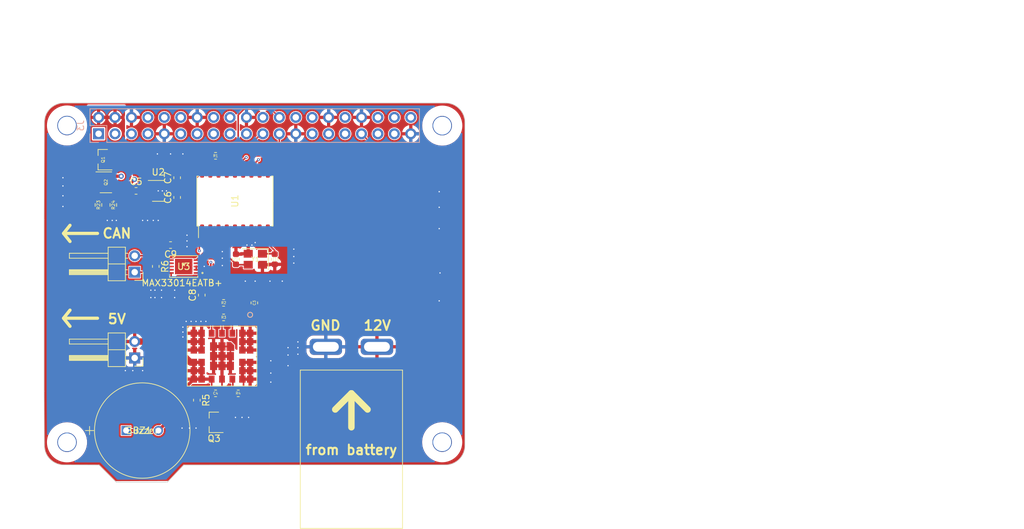
<source format=kicad_pcb>
(kicad_pcb (version 20211014) (generator pcbnew)
  (layers (0 "F.Cu" signal) (1 "In1.Cu" signal) (2 "In2.Cu" signal) (31 "B.Cu" signal) (34 "B.Paste" user) (35 "F.Paste" user) (36 "B.SilkS" user "B.Silkscreen") (37 "F.SilkS" user "F.Silkscreen") (38 "B.Mask" user) (39 "F.Mask" user) (44 "Edge.Cuts" user))
  (net 0 "")
  (net 1 "GND")
  (net 2 "Net-(C1-Pad2)")
  (net 3 "Net-(C2-Pad2)")
  (net 4 "Net-(Q1-Pad1)")
  (net 5 "Net-(Q2-Pad1)")
  (net 6 "+12V")
  (net 7 "+5V")
  (net 26 "/BUZZER_CTRL")
  (net 33 "Net-(J4-Pad1)")
  (net 34 "Net-(J4-Pad2)")
  (net 35 "Net-(R1-Pad1)")
  (net 36 "Net-(R2-Pad1)")
  (net 37 "Net-(R3-Pad1)")
  (net 38 "Net-(R3-Pad2)")
  (net 39 "Net-(R4-Pad2)")
  (net 40 "Net-(U1-Pad1)")
  (net 41 "Net-(U1-Pad2)")
  (net 48 "/INT")
  (net 49 "/SCLK")
  (net 50 "/SDI")
  (net 51 "/SDO")
  (net 52 "/CS")
  (net 54 "/P5V_HAT")
  (net 55 "+3V3")
  (net 56 "Net-(C6-Pad1)")
  (net 57 "Net-(BZ1-Pad2)")
  (footprint "project_footprints:NPTH_3mm_ID" (layer "F.Cu") (at 82.04 64.31)
    (fp_text reference "H1")
    (fp_text value "3mm_Mounting_Hole" hide)
  )
  (footprint "project_footprints:NPTH_3mm_ID" (layer "F.Cu") (at 140.04 64.33)
    (fp_text reference "H2")
    (fp_text value "3mm_Mounting_Hole" hide)
  )
  (footprint "project_footprints:NPTH_3mm_ID" (layer "F.Cu") (at 82.04 113.32)
    (fp_text reference "H3")
    (fp_text value "3mm_Mounting_Hole" hide)
  )
  (footprint "project_footprints:NPTH_3mm_ID" (layer "F.Cu") (at 140.03 113.31)
    (fp_text reference "H4")
    (fp_text value "3mm_Mounting_Hole" hide)
  )
  (footprint "Resistor_SMD:R_0603_1608Metric_Pad0.84x1.00mm_HandSolder" (layer "F.Cu") (at 86.9 76.6 -90)
    (fp_text reference "R23" hide)
    (fp_text value "10K")
  )
  (footprint "Resistor_SMD:R_0603_1608Metric_Pad0.84x1.00mm_HandSolder" (layer "F.Cu") (at 89.2 76.6 -90)
    (fp_text reference "R24" hide)
    (fp_text value "47K")
  )
  (footprint "Package_TO_SOT_SMD:SOT-23-6" (layer "F.Cu") (at 88.05 73.1)
    (fp_text reference "Q2" hide)
    (fp_text value "DMMT5401")
  )
  (footprint "Package_TO_SOT_SMD:SOT-23" (layer "F.Cu") (at 87.6 69.6 180)
    (fp_text reference "Q1" hide)
    (fp_text value "DMG2305UX")
  )
  (footprint "Capacitor_SMD:C_0603_1608Metric" (layer "F.Cu") (at 99.06 75.438 90)
    (fp_text reference "C6")
    (fp_text value "10nF")
  )
  (footprint "Package_SO:SOIC-18W_7.5x11.6mm_P1.27mm" (layer "F.Cu") (at 108 76 90)
    (fp_text reference "U1" hide)
    (fp_text value "MCP2515-xSO")
  )
  (footprint "Capacitor_SMD:C_0603_1608Metric" (layer "F.Cu") (at 102.87 90.551 90)
    (fp_text reference "C8")
    (fp_text value "0.1uF")
  )
  (footprint "Capacitor_SMD:C_0603_1608Metric" (layer "F.Cu") (at 105 105.75 180)
    (fp_text reference "C4" hide)
    (fp_text value "22μF")
  )
  (footprint "Resistor_SMD:R_0603_1608Metric" (layer "F.Cu") (at 95.758 86.106 -90)
    (fp_text reference "R6")
    (fp_text value "120")
  )
  (footprint "MYMGA5R04RELA5RA:MYMGA5R04RELA5RA" (layer "F.Cu") (at 106 100 -90)
    (fp_text reference "U4" hide)
    (fp_text value "MYMGA5R04RELA5RA" hide)
  )
  (footprint "Resistor_SMD:R_0603_1608Metric" (layer "F.Cu") (at 106.25 91.75)
    (fp_text reference "R2" hide)
    (fp_text value "510kΩ")
  )
  (footprint "Crystal:Crystal_SMD_3225-4Pin_3.2x2.5mm" (layer "F.Cu") (at 111.15 85 180)
    (fp_text reference "Y1" hide)
    (fp_text value "8MHz" hide)
  )
  (footprint "MAX33014E:MAX33014EATB&plus_" (layer "F.Cu") (at 100.076 86.1267 180)
    (fp_text reference "U3")
    (fp_text value "MAX33014EATB+")
  )
  (footprint "Capacitor_SMD:C_0603_1608Metric" (layer "F.Cu") (at 108.15 85 -90)
    (fp_text reference "C1" hide)
    (fp_text value "15pF")
  )
  (footprint "Capacitor_SMD:C_0603_1608Metric" (layer "F.Cu") (at 111 91.75 90)
    (fp_text reference "C3" hide)
    (fp_text value "10μF")
  )
  (footprint "Package_TO_SOT_SMD:SOT-23" (layer "F.Cu") (at 104.775 110.236 180)
    (fp_text reference "Q3")
    (fp_text value "Q_NMOS_GSD")
  )
  (footprint "PS1420P02CT:PS1420P02CT" (layer "F.Cu") (at 91.1675 111.506)
    (fp_text reference "BZ1")
    (fp_text value "Buzzer")
  )
  (footprint "Capacitor_SMD:C_0603_1608Metric" (layer "F.Cu") (at 99.06 72.39 90)
    (fp_text reference "C7")
    (fp_text value "1uF")
  )
  (footprint "Package_TO_SOT_SMD:SOT-23-5" (layer "F.Cu") (at 96.139 74.422)
    (fp_text reference "U2")
    (fp_text value "LD3985M33R_SOT23")
  )
  (footprint "Resistor_SMD:R_0603_1608Metric" (layer "F.Cu") (at 105 69 180)
    (fp_text reference "R1" hide)
    (fp_text value "10k")
  )
  (footprint "Capacitor_SMD:C_0603_1608Metric" (layer "F.Cu") (at 92.71 74.422)
    (fp_text reference "C5")
    (fp_text value "1uF")
  )
  (footprint "Capacitor_SMD:C_0603_1608Metric" (layer "F.Cu") (at 98.044 82.804 180)
    (fp_text reference "C9")
    (fp_text value "0.1uF")
  )
  (footprint "Custom Footprints:LatchingConnector2POS" (layer "F.Cu") (at 92.5 100.275 180)
    (fp_text reference "J2" hide)
    (fp_text value "5V to other boards" hide)
  )
  (footprint "Resistor_SMD:R_0603_1608Metric" (layer "F.Cu") (at 102.108 106.807 -90)
    (fp_text reference "R5")
    (fp_text value "1k")
  )
  (footprint "Resistor_SMD:R_0603_1608Metric" (layer "F.Cu") (at 106.25 94 180)
    (fp_text reference "R3" hide)
    (fp_text value "100k")
  )
  (footprint "Capacitor_SMD:C_0603_1608Metric" (layer "F.Cu") (at 114.15 85 90)
    (fp_text reference "C2" hide)
    (fp_text value "15pF")
  )
  (footprint "Resistor_SMD:R_0603_1608Metric" (layer "F.Cu") (at 108.5 105.75 180)
    (fp_text reference "R4" hide)
    (fp_text value "150Ω")
  )
  (footprint "Custom Footprints:LatchingConnector2POS" (layer "F.Cu") (at 92.5 87 180)
    (fp_text reference "J4" hide)
    (fp_text value "CAN" hide)
  )
  (footprint "Custom Footprints:PowerPoleThroughHole" (layer "F.Cu") (at 126 98.545 180)
    (fp_text reference "J1" hide)
    (fp_text value "12V from battery" hide)
  )
  (footprint "Connector_PinSocket_2.54mm:PinSocket_2x20_P2.54mm_Vertical" (layer "B.Cu") (at 86.92 65.59 -90)
    (fp_text reference "J3")
    (fp_text value "40HAT")
  )
  (gr_line (start 126 111) (end 126 106) (layer "F.SilkS") (width 1))
  (gr_line (start 126 105.75) (end 123.5 108.25) (layer "F.SilkS") (width 1))
  (gr_line (start 82.5 79.75) (end 81.5 81) (layer "F.SilkS") (width 0.5))
  (gr_line (start 82.5 92.875) (end 81.5 94.125) (layer "F.SilkS") (width 0.5))
  (gr_line (start 86.75 94.125) (end 81.75 94.125) (layer "F.SilkS") (width 0.5))
  (gr_line (start 81.5 94.125) (end 82.5 95.375) (layer "F.SilkS") (width 0.5))
  (gr_line (start 128.5 108.25) (end 126 105.75) (layer "F.SilkS") (width 1))
  (gr_line (start 81.5 81) (end 82.5 82.25) (layer "F.SilkS") (width 0.5))
  (gr_line (start 86.75 81) (end 81.75 81) (layer "F.SilkS") (width 0.5))
  (gr_line (start 143.546356 113.817611) (end 143.546356 63.817611) (layer "Edge.Cuts") (width 0.1))
  (gr_line (start 78.486 78.867) (end 78.486 105.41) (layer "Edge.Cuts") (width 0.1))
  (gr_line (start 89.662 119.507) (end 97.536 119.507) (layer "Edge.Cuts") (width 0.1))
  (gr_line (start 78.546356 113.817611) (end 78.486 105.41) (layer "Edge.Cuts") (width 0.1))
  (gr_arc (start 143.546351 113.822847) (mid 142.665824 115.940781) (end 140.546356 116.817611) (layer "Edge.Cuts") (width 0.1))
  (gr_line (start 78.486 78.867) (end 78.546356 63.817611) (layer "Edge.Cuts") (width 0.1))
  (gr_line (start 140.546356 60.817611) (end 81.546356 60.817611) (layer "Edge.Cuts") (width 0.1))
  (gr_line (start 86.995 116.84) (end 89.662 119.507) (layer "Edge.Cuts") (width 0.1))
  (gr_line (start 100.076 116.84) (end 140.546356 116.817611) (layer "Edge.Cuts") (width 0.1))
  (gr_arc (start 140.546356 60.817611) (mid 142.667676 61.696291) (end 143.546356 63.817611) (layer "Edge.Cuts") (width 0.1))
  (gr_arc (start 78.546356 63.817611) (mid 79.425036 61.696291) (end 81.546356 60.817611) (layer "Edge.Cuts") (width 0.1))
  (gr_line (start 81.546356 116.817611) (end 86.995 116.84) (layer "Edge.Cuts") (width 0.1))
  (gr_arc (start 81.546356 116.817611) (mid 79.425036 115.938931) (end 78.546356 113.817611) (layer "Edge.Cuts") (width 0.1))
  (gr_line (start 97.536 119.507) (end 100.076 116.84) (layer "Edge.Cuts") (width 0.1))
  (gr_text "5V" (at 89.75 94.25) (layer "F.SilkS") (effects (font (size 1.5 1.5) (thickness 0.3))))
  (gr_text "from battery" (at 126 114.5) (layer "F.SilkS") (effects (font (size 1.5 1.5) (thickness 0.3))))
  (gr_text "CAN" (at 89.75 81) (layer "F.SilkS") (effects (font (size 1.5 1.5) (thickness 0.3))))
  (gr_text "12V" (at 130 95.25) (layer "F.SilkS") (effects (font (size 1.5 1.5) (thickness 0.3))))
  (gr_text "GND" (at 122 95.25) (layer "F.SilkS") (effects (font (size 1.5 1.5) (thickness 0.3))))
  (segment (start 95.039 74.422) (end 93.4975 74.422) (width 0.5) (layer "F.Cu") (net 1))
  (segment (start 105.995099 98.499999) (end 107.295099 98.499999) (width 0.25) (layer "F.Cu") (net 1))
  (segment (start 105.995102 103.55) (end 105.995102 105.529898) (width 0.25) (layer "F.Cu") (net 1))
  (segment (start 107.295099 100) (end 107.295099 98.499999) (width 0.25) (layer "F.Cu") (net 1))
  (segment (start 105.995102 105.529898) (end 105.775 105.75) (width 0.25) (layer "F.Cu") (net 1))
  (segment (start 109.325 105.75) (end 109.325 103.729898) (width 0.25) (layer "F.Cu") (net 1))
  (segment (start 102.0398 86.106) (end 102.0191 86.1267) (width 0.25) (layer "F.Cu") (net 1))
  (segment (start 109.325 103.729898) (end 109.145102 103.55) (width 0.25) (layer "F.Cu") (net 1))
  (via (at 89.662 78.994) (size 0.45) (drill 0.2) (layers "F.Cu" "B.Cu") (net 1))
  (via (at 113.538 104.013) (size 0.45) (drill 0.2) (layers "F.Cu" "B.Cu") (net 1))
  (via (at 96.012 68.707) (size 0.45) (drill 0.2) (layers "F.Cu" "B.Cu") (net 1))
  (via (at 117.094 85.598) (size 0.45) (drill 0.2) (layers "F.Cu" "B.Cu") (net 1))
  (via (at 99.949 96.266) (size 0.45) (drill 0.2) (layers "F.Cu" "B.Cu") (net 1))
  (via (at 100.584 83.058) (size 0.45) (drill 0.2) (layers "F.Cu" "B.Cu") (net 1))
  (via (at 88.265 78.994) (size 0.45) (drill 0.2) (layers "F.Cu" "B.Cu") (net 1))
  (via (at 99.949 97.028) (size 0.45) (drill 0.2) (layers "F.Cu" "B.Cu") (net 1))
  (via (at 101.219 94.615) (size 0.45) (drill 0.2) (layers "F.Cu" "B.Cu") (net 1))
  (via (at 139.573 80.264) (size 0.45) (drill 0.2) (layers "F.Cu" "B.Cu") (net 1))
  (via (at 116.205 99.822) (size 0.45) (drill 0.2) (layers "F.Cu" "B.Cu") (net 1))
  (via (at 95.377 78.994) (size 0.45) (drill 0.2) (layers "F.Cu" "B.Cu") (net 1))
  (via (at 102.743 94.615) (size 0.45) (drill 0.2) (layers "F.Cu" "B.Cu") (net 1))
  (via (at 98.679 90.932) (size 0.45) (drill 0.2) (layers "F.Cu" "B.Cu") (net 1))
  (via (at 96.774 74.422) (size 0.45) (drill 0.2) (layers "F.Cu" "B.Cu") (net 1))
  (via (at 98.044 68.707) (size 0.45) (drill 0.2) (layers "F.Cu" "B.Cu") (net 1))
  (via (at 117.094 83.439) (size 0.45) (drill 0.2) (layers "F.Cu" "B.Cu") (net 1))
  (via (at 117.729 98.679) (size 0.45) (drill 0.2) (layers "F.Cu" "B.Cu") (net 1))
  (via (at 95.631 89.789) (size 0.45) (drill 0.2) (layers "F.Cu" "B.Cu") (net 1))
  (via (at 101.981 111.125) (size 0.45) (drill 0.2) (layers "F.Cu" "B.Cu") (net 1))
  (via (at 111.125 88.392) (size 0.45) (drill 0.2) (layers "F.Cu" "B.Cu") (net 1))
  (via (at 89.027 78.994) (size 0.45) (drill 0.2) (layers "F.Cu" "B.Cu") (net 1))
  (via (at 106.045 83.82) (size 0.45) (drill 0.2) (layers "F.Cu" "B.Cu") (net 1))
  (via (at 96.647 90.932) (size 0.45) (drill 0.2) (layers "F.Cu" "B.Cu") (net 1))
  (via (at 117.094 84.582) (size 0.45) (drill 0.2) (layers "F.Cu" "B.Cu") (net 1))
  (via (at 113.538 102.616) (size 0.45) (drill 0.2) (layers "F.Cu" "B.Cu") (net 1))
  (via (at 99.822 111.125) (size 0.45) (drill 0.2) (layers "F.Cu" "B.Cu") (net 1))
  (via (at 81.407 73.66) (size 0.45) (drill 0.2) (layers "F.Cu" "B.Cu") (net 1))
  (via (at 94.996 89.789) (size 0.45) (drill 0.2) (layers "F.Cu" "B.Cu") (net 1))
  (via (at 110.109 109.474) (size 0.45) (drill 0.2) (layers "F.Cu" "B.Cu") (net 1))
  (via (at 115.316 88.392) (size 0.45) (drill 0.2) (layers "F.Cu" "B.Cu") (net 1))
  (via (at 100.457 94.615) (size 0.45) (drill 0.2) (layers "F.Cu" "B.Cu") (net 1))
  (via (at 117.729 99.695) (size 0.45) (drill 0.2) (layers "F.Cu" "B.Cu") (net 1))
  (via (at 113.538 100.711) (size 0.45) (drill 0.2) (layers "F.Cu" "B.Cu") (net 1))
  (via (at 106.045 85.979) (size 0.45) (drill 0.2) (layers "F.Cu" "B.Cu") (net 1))
  (via (at 94.488 78.994) (size 0.45) (drill 0.2) (layers "F.Cu" "B.Cu") (net 1))
  (via (at 96.647 89.789) (size 0.45) (drill 0.2) (layers "F.Cu" "B.Cu") (net 1))
  (via (at 116.205 101.473) (size 0.45) (drill 0.2) (layers "F.Cu" "B.Cu") (net 1))
  (via (at 91.059 102.235) (size 0.45) (drill 0.2) (layers "F.Cu" "B.Cu") (net 1))
  (via (at 101.981 94.615) (size 0.45) (drill 0.2) (layers "F.Cu" "B.Cu") (net 1))
  (via (at 139.7 87.122) (size 0.45) (drill 0.2) (layers "F.Cu" "B.Cu") (net 1))
  (via (at 81.407 72.39) (size 0.45) (drill 0.2) (layers "F.Cu" "B.Cu") (net 1))
  (via (at 99.949 68.707) (size 0.45) (drill 0.2) (layers "F.Cu" "B.Cu") (net 1))
  (via (at 98.679 89.789) (size 0.45) (drill 0.2) (layers "F.Cu" "B.Cu") (net 1))
  (via (at 117.729 97.79) (size 0.45) (drill 0.2) (layers "F.Cu" "B.Cu") (net 1))
  (via (at 113.411 88.392) (size 0.45) (drill 0.2) (layers "F.Cu" "B.Cu") (net 1))
  (via (at 100.584 82.169) (size 0.45) (drill 0.2) (layers "F.Cu" "B.Cu") (net 1))
  (via (at 96.139 74.422) (size 0.45) (drill 0.2) (layers "F.Cu" "B.Cu") (net 1))
  (via (at 139.573 76.962) (size 0.45) (drill 0.2) (layers "F.Cu" "B.Cu") (net 1))
  (via (at 103.251 86.106) (size 0.45) (drill 0.2) (layers "F.Cu" "B.Cu") (net 1))
  (via (at 111.125 82.423) (size 0.45) (drill 0.2) (layers "F.Cu" "B.Cu") (net 1))
  (via (at 100.584 81.28) (size 0.45) (drill 0.2) (layers "F.Cu" "B.Cu") (net 1))
  (via (at 116.205 98.679) (size 0.45) (drill 0.2) (layers "F.Cu" "B.Cu") (net 1))
  (via (at 109.601 88.392) (size 0.45) (drill 0.2) (layers "F.Cu" "B.Cu") (net 1))
  (via (at 97.409 74.422) (size 0.45) (drill 0.2) (layers "F.Cu" "B.Cu") (net 1))
  (via (at 109.093 109.474) (size 0.45) (drill 0.2) (layers "F.Cu" "B.Cu") (net 1))
  (via (at 108.077 109.474) (size 0.45) (drill 0.2) (layers "F.Cu" "B.Cu") (net 1))
  (via (at 103.505 94.615) (size 0.45) (drill 0.2) (layers "F.Cu" "B.Cu") (net 1))
  (via (at 109.855 82.804) (size 0.45) (drill 0.2) (layers "F.Cu" "B.Cu") (net 1))
  (via (at 94.996 90.932) (size 0.45) (drill 0.2) (layers "F.Cu" "B.Cu") (net 1))
  (via (at 99.949 95.504) (size 0.45) (drill 0.2) (layers "F.Cu" "B.Cu") (net 1))
  (via (at 139.573 74.549) (size 0.45) (drill 0.2) (layers "F.Cu" "B.Cu") (net 1))
  (via (at 93.726 102.235) (size 0.45) (drill 0.2) (layers "F.Cu" "B.Cu") (net 1))
  (via (at 110.617 82.804) (size 0.45) (drill 0.2) (layers "F.Cu" "B.Cu") (net 1))
  (via (at 100.965 111.125) (size 0.45) (drill 0.2) (layers "F.Cu" "B.Cu") (net 1))
  (via (at 81.407 76.835) (size 0.45) (drill 0.2) (layers "F.Cu" "B.Cu") (net 1))
  (via (at 106.045 84.836) (size 0.45) (drill 0.2) (layers "F.Cu" "B.Cu") (net 1))
  (via (at 139.573 91.44) (size 0.45) (drill 0.2) (layers "F.Cu" "B.Cu") (net 1))
  (via (at 95.631 90.932) (size 0.45) (drill 0.2) (layers "F.Cu" "B.Cu") (net 1))
  (via (at 92.202 102.235) (size 0.45) (drill 0.2) (layers "F.Cu" "B.Cu") (net 1))
  (via (at 96.139 78.994) (size 0.45) (drill 0.2) (layers "F.Cu" "B.Cu") (net 1))
  (via (at 81.407 75.184) (size 0.45) (drill 0.2) (layers "F.Cu" "B.Cu") (net 1))
  (via (at 93.726 78.994) (size 0.45) (drill 0.2) (layers "F.Cu" "B.Cu") (net 1))
  (segment (start 108.37348 81.99952) (end 110.27848 81.99952) (width 0.25) (layer "F.Cu") (net 2))
  (segment (start 110.05 85.85) (end 108.225 85.85) (width 0.25) (layer "F.Cu") (net 2))
  (segment (start 108.225 85.85) (end 107.188 84.813) (width 0.25) (layer "F.Cu") (net 2))
  (segment (start 107.188 83.185) (end 108.37348 81.99952) (width 0.25) (layer "F.Cu") (net 2))
  (segment (start 109.975 85.775) (end 110.3 86.1) (width 0.25) (layer "F.Cu") (net 2))
  (segment (start 110.27848 81.99952) (end 110.54 81.738) (width 0.25) (layer "F.Cu") (net 2))
  (segment (start 110.3 86.1) (end 110.3 86) (width 0.25) (layer "F.Cu") (net 2))
  (segment (start 107.188 84.813) (end 107.188 83.185) (width 0.25) (layer "F.Cu") (net 2))
  (segment (start 110.54 81.738) (end 110.54 80.65) (width 0.25) (layer "F.Cu") (net 2))
  (segment (start 114.15 83.67) (end 114.15 84.225) (width 0.25) (layer "F.Cu") (net 3))
  (segment (start 112.25 84.15) (end 114.075 84.15) (width 0.25) (layer "F.Cu") (net 3))
  (segment (start 111.81 80.65) (end 111.81 81.33) (width 0.25) (layer "F.Cu") (net 3))
  (segment (start 111.81 81.33) (end 114.15 83.67) (width 0.25) (layer "F.Cu") (net 3))
  (segment (start 88.345978 74.05) (end 88.170489 73.874511) (width 0.5) (layer "F.Cu") (net 4))
  (segment (start 89.2 74.1) (end 89.15 74.05) (width 0.5) (layer "F.Cu") (net 4))
  (segment (start 88.170489 73.874511) (end 88.170489 70.979511) (width 0.5) (layer "F.Cu") (net 4))
  (segment (start 89.15 74.05) (end 88.345978 74.05) (width 0.5) (layer "F.Cu") (net 4))
  (segment (start 89.2 75.6375) (end 89.2 74.1) (width 0.5) (layer "F.Cu") (net 4))
  (segment (start 88.170489 70.979511) (end 88.6 70.55) (width 0.5) (layer "F.Cu") (net 4))
  (segment (start 86.95 73.1) (end 86.95 74.05) (width 0.25) (layer "F.Cu") (net 5))
  (segment (start 86.95 74.05) (end 86.9 74.1) (width 0.25) (layer "F.Cu") (net 5))
  (segment (start 86.9 74.1) (end 86.9 75.5) (width 0.25) (layer "F.Cu") (net 5))
  (segment (start 86.95 72.15) (end 86.95 73.1) (width 0.25) (layer "F.Cu") (net 5))
  (segment (start 107.075 91.75) (end 108.75 93.425) (width 0.25) (layer "F.Cu") (net 6))
  (segment (start 109.145102 94.895102) (end 109.145102 96.449999) (width 0.25) (layer "F.Cu") (net 6))
  (segment (start 108.75 93.425) (end 108.75 94.5) (width 0.25) (layer "F.Cu") (net 6))
  (segment (start 108.75 94.5) (end 109.145102 94.895102) (width 0.25) (layer "F.Cu") (net 6))
  (segment (start 102.108 106.0195) (end 99.175602 106.0195) (width 0.5) (layer "F.Cu") (net 7))
  (segment (start 104.395102 105.579898) (end 104.225 105.75) (width 0.25) (layer "F.Cu") (net 7))
  (segment (start 88.541978 81.026) (end 85.471 77.955022) (width 0.5) (layer "F.Cu") (net 7))
  (segment (start 102.108 106.0195) (end 102.051551 105.963051) (width 0.25) (layer "F.Cu") (net 7))
  (segment (start 102.845102 103.55) (end 102.845102 102.25) (width 0.5) (layer "F.Cu") (net 7))
  (segment (start 95.039 75.372) (end 92.8725 75.372) (width 0.5) (layer "F.Cu") (net 7))
  (segment (start 89.15 72.15) (end 90.41 72.15) (width 0.5) (layer "F.Cu") (net 7))
  (segment (start 85.471 77.955022) (end 85.471 70.729) (width 0.5) (layer "F.Cu") (net 7))
  (segment (start 104.395102 103.55) (end 104.395102 105.579898) (width 0.25) (layer "F.Cu") (net 7))
  (segment (start 92.8725 73.472) (end 91.9225 74.422) (width 0.5) (layer "F.Cu") (net 7))
  (segment (start 101.645102 102.25) (end 101.645102 100.95) (width 0.5) (layer "F.Cu") (net 7))
  (segment (start 91.9225 74.422) (end 91.9225 73.1775) (width 0.5) (layer "F.Cu") (net 7))
  (segment (start 102.845102 102.25) (end 101.645102 102.25) (width 0.5) (layer "F.Cu") (net 7))
  (segment (start 101.645102 103.55) (end 101.645102 102.25) (width 0.5) (layer "F.Cu") (net 7))
  (segment (start 101.645102 100.95) (end 101.104682 100.95) (width 1) (layer "F.Cu") (net 7))
  (segment (start 89.789 89.634319) (end 98.819841 98.665159) (width 1) (layer "F.Cu") (net 7))
  (segment (start 102.845102 103.55) (end 104.395102 103.55) (width 0.5) (layer "F.Cu") (net 7))
  (segment (start 103.673511 84.921489) (end 104.665594 84.921489) (width 0.25) (layer "F.Cu") (net 7))
  (segment (start 92.8725 75.372) (end 91.9225 74.422) (width 0.5) (layer "F.Cu") (net 7))
  (segment (start 93.689102 111.506) (end 99.168551 106.026551) (width 0.5) (layer "F.Cu") (net 7))
  (segment (start 102.845102 100.95) (end 101.645102 100.95) (width 0.5) (layer "F.Cu") (net 7))
  (segment (start 85.471 70.729) (end 86.6 69.6) (width 0.5) (layer "F.Cu") (net 7))
  (segment (start 104.665594 84.921489) (end 105.029 85.284895) (width 0.25) (layer "F.Cu") (net 7))
  (segment (start 102.0191 85.626701) (end 102.968299 85.626701) (width 0.25) (layer "F.Cu") (net 7))
  (segment (start 91.9225 78.8925) (end 91.9225 74.422) (width 1) (layer "F.Cu") (net 7))
  (segment (start 91.9225 73.1775) (end 92.456 72.644) (width 0.5) (layer "F.Cu") (net 7))
  (segment (start 89.789 81.026) (end 91.9225 78.8925) (width 1) (layer "F.Cu") (net 7))
  (segment (start 95.039 73.472) (end 92.8725 73.472) (width 0.5) (layer "F.Cu") (net 7))
  (segment (start 98.819841 93.712159) (end 101.219 91.313) (width 0.5) (layer "F.Cu") (net 7))
  (segment (start 101.104682 100.95) (end 98.819841 98.665159) (width 1) (layer "F.Cu") (net 7))
  (segment (start 102.845102 102.25) (end 102.845102 100.95) (width 0.5) (layer "F.Cu") (net 7))
  (segment (start 91.1675 111.506) (end 93.689102 111.506) (width 0.5) (layer "F.Cu") (net 7))
  (segment (start 89.789 81.026) (end 88.541978 81.026) (width 0.5) (layer "F.Cu") (net 7))
  (segment (start 98.819841 98.665159) (end 98.819841 93.712159) (width 0.5) (layer "F.Cu") (net 7))
  (segment (start 99.168551 106.026551) (end 101.645102 103.55) (width 0.5) (layer "F.Cu") (net 7))
  (segment (start 102.845102 103.55) (end 101.645102 103.55) (width 0.5) (layer "F.Cu") (net 7))
  (segment (start 105.029 85.284895) (end 105.029 87.503) (width 0.25) (layer "F.Cu") (net 7))
  (segment (start 102.968299 85.626701) (end 103.673511 84.921489) (width 0.25) (layer "F.Cu") (net 7))
  (segment (start 99.175602 106.0195) (end 99.168551 106.026551) (width 0.5) (layer "F.Cu") (net 7))
  (segment (start 89.789 89.634319) (end 89.789 81.026) (width 1) (layer "F.Cu") (net 7))
  (segment (start 101.219 91.313) (end 105.029 87.503) (width 0.25) (layer "F.Cu") (net 7))
  (segment (start 97.889682 97.735) (end 92.5 97.735) (width 1) (layer "F.Cu") (net 7))
  (via (at 90.41 72.15) (size 0.8) (drill 0.4) (layers "F.Cu" "B.Cu") (net 7))
  (via (at 92.456 72.644) (size 0.8) (drill 0.4) (layers "F.Cu" "B.Cu") (net 7))
  (segment (start 127.56 65.59) (end 135.89 73.92) (width 0.25) (layer "F.Cu") (net 26))
  (segment (start 131.257 111.186) (end 105.775 111.186) (width 0.25) (layer "F.Cu") (net 26))
  (segment (start 135.89 106.553) (end 131.257 111.186) (width 0.25) (layer "F.Cu") (net 26))
  (segment (start 135.89 73.92) (end 135.89 106.553) (width 0.25) (layer "F.Cu") (net 26))
  (segment (start 96.024801 86.626699) (end 98.1329 86.626699) (width 0.25) (layer "F.Cu") (net 33))
  (segment (start 95.758 86.8935) (end 96.024801 86.626699) (width 0.25) (layer "F.Cu") (net 33))
  (segment (start 95.6515 87) (end 95.758 86.8935) (width 0.25) (layer "F.Cu") (net 33))
  (segment (start 92.5 87) (end 95.6515 87) (width 0.25) (layer "F.Cu") (net 33))
  (segment (start 95.758 85.3185) (end 96.5662 86.1267) (width 0.25) (layer "F.Cu") (net 34))
  (segment (start 92.5 84.46) (end 94.8995 84.46) (width 0.25) (layer "F.Cu") (net 34))
  (segment (start 94.8995 84.46) (end 95.758 85.3185) (width 0.25) (layer "F.Cu") (net 34))
  (segment (start 96.5662 86.1267) (end 98.1329 86.1267) (width 0.25) (layer "F.Cu") (net 34))
  (segment (start 104.19 71.35) (end 104.19 70.635) (width 0.25) (layer "F.Cu") (net 35))
  (segment (start 104.19 70.635) (end 105.825 69) (width 0.25) (layer "F.Cu") (net 35))
  (segment (start 105.425 91.75) (end 104.395102 92.779898) (width 0.25) (layer "F.Cu") (net 36))
  (segment (start 104.395102 92.779898) (end 104.395102 96.449999) (width 0.25) (layer "F.Cu") (net 36))
  (segment (start 107.595102 94.520102) (end 107.595102 96.449999) (width 0.25) (layer "F.Cu") (net 37))
  (segment (start 107.075 94) (end 107.595102 94.520102) (width 0.25) (layer "F.Cu") (net 37))
  (segment (start 105.995102 94.570102) (end 105.995102 96.449999) (width 0.25) (layer "F.Cu") (net 38))
  (segment (start 105.425 94) (end 105.995102 94.570102) (width 0.25) (layer "F.Cu") (net 38))
  (segment (start 107.675 105.75) (end 107.675 103.629898) (width 0.25) (layer "F.Cu") (net 39))
  (segment (start 107.675 103.629898) (end 107.595102 103.55) (width 0.25) (layer "F.Cu") (net 39))
  (segment (start 104.267 85.979) (end 103.119299 87.126701) (width 0.25) (layer "F.Cu") (net 40))
  (segment (start 104.267 85.471) (end 104.267 85.979) (width 0.25) (layer "F.Cu") (net 40))
  (segment (start 103.119299 87.126701) (end 102.0191 87.126701) (width 0.25) (layer "F.Cu") (net 40))
  (segment (start 102.489 81.081) (end 102.92 80.65) (width 0.25) (layer "F.Cu") (net 40))
  (segment (start 102.489 83.693) (end 102.489 81.081) (width 0.25) (layer "F.Cu") (net 40))
  (via (at 104.267 85.471) (size 0.45) (drill 0.2) (layers "F.Cu" "B.Cu") (net 40))
  (via (at 102.489 83.693) (size 0.45) (drill 0.2) (layers "F.Cu" "B.Cu") (net 40))
  (segment (start 102.0191 85.126699) (end 104.19 82.955799) (width 0.25) (layer "F.Cu") (net 41))
  (segment (start 104.19 82.955799) (end 104.19 80.65) (width 0.25) (layer "F.Cu") (net 41))
  (segment (start 110.54 71.35) (end 110.54 70.689) (width 0.25) (layer "F.Cu") (net 48))
  (segment (start 110.54 70.689) (end 111.633 69.596) (width 0.25) (layer "F.Cu") (net 48))
  (via (at 111.633 69.596) (size 0.45) (drill 0.2) (layers "F.Cu" "B.Cu") (net 48))
  (segment (start 109.27 71.35) (end 109.27 70.923928) (width 0.25) (layer "F.Cu") (net 49))
  (segment (start 111.193928 69) (end 113 69) (width 0.25) (layer "F.Cu") (net 49))
  (segment (start 113 69) (end 114.86 67.14) (width 0.25) (layer "F.Cu") (net 49))
  (segment (start 109.27 70.923928) (end 111.193928 69) (width 0.25) (layer "F.Cu") (net 49))
  (segment (start 114.86 67.14) (end 114.86 65.59) (width 0.25) (layer "F.Cu") (net 49))
  (segment (start 108 71.35) (end 108 70.923928) (width 0.25) (layer "F.Cu") (net 50))
  (segment (start 108 70.923928) (end 109.673928 69.25) (width 0.25) (layer "F.Cu") (net 50))
  (segment (start 109.673928 69.25) (end 109.75 69.25) (width 0.25) (layer "F.Cu") (net 50))
  (via (at 109.75 69.25) (size 0.45) (drill 0.2) (layers "F.Cu" "B.Cu") (net 50))
  (segment (start 106.73 70.923928) (end 112.063928 65.59) (width 0.25) (layer "F.Cu") (net 51))
  (segment (start 106.73 71.35) (end 106.73 70.923928) (width 0.25) (layer "F.Cu") (net 51))
  (segment (start 112.063928 65.59) (end 112.32 65.59) (width 0.25) (layer "F.Cu") (net 51))
  (segment (start 113.56 61.75) (end 114.86 63.05) (width 0.25) (layer "F.Cu") (net 52))
  (segment (start 108.5 62.66899) (end 109.41899 61.75) (width 0.25) (layer "F.Cu") (net 52))
  (segment (start 109.41899 61.75) (end 113.56 61.75) (width 0.25) (layer "F.Cu") (net 52))
  (segment (start 105.46 70.923928) (end 108.5 67.883928) (width 0.25) (layer "F.Cu") (net 52))
  (segment (start 105.46 71.35) (end 105.46 70.923928) (width 0.25) (layer "F.Cu") (net 52))
  (segment (start 108.5 67.883928) (end 108.5 62.66899) (width 0.25) (layer "F.Cu") (net 52))
  (segment (start 86.92 63.05) (end 89.46 63.05) (width 0.5) (layer "F.Cu") (net 54))
  (segment (start 88.7 68.65) (end 88.7 68.6) (width 0.6) (layer "F.Cu") (net 54))
  (segment (start 100.798 76.614849) (end 100.798 73.472) (width 0.5) (layer "F.Cu") (net 55))
  (segment (start 102.92 71.35) (end 102.92 70.255) (width 0.25) (layer "F.Cu") (net 55))
  (segment (start 97.2565 80.156349) (end 100.798 76.614849) (width 0.5) (layer "F.Cu") (net 55))
  (segment (start 102.92 70.255) (end 104.175 69) (width 0.25) (layer "F.Cu") (net 55))
  (segment (start 97.2565 82.804) (end 97.238022 82.804) (width 0.25) (layer "F.Cu") (net 55))
  (segment (start 97.2565 82.804) (end 97.2565 80.156349) (width 0.5) (layer "F.Cu") (net 55))
  (segment (start 97.239 73.472) (end 100.798 73.472) (width 0.5) (layer "F.Cu") (net 55))
  (segment (start 97.238022 82.804) (end 97.196511 82.762489) (width 0.25) (layer "F.Cu") (net 55))
  (segment (start 98.1329 85.626701) (end 97.45048 85.626701) (width 0.25) (layer "F.Cu") (net 55))
  (segment (start 97.196511 85.372732) (end 97.196511 82.762489) (width 0.25) (layer "F.Cu") (net 55))
  (segment (start 97.45048 85.626701) (end 97.196511 85.372732) (width 0.25) (layer "F.Cu") (net 55))
  (segment (start 100.798 73.472) (end 102.92 71.35) (width 0.5) (layer "F.Cu") (net 55))
  (segment (start 97.239 75.372) (end 98.2065 75.372) (width 0.25) (layer "F.Cu") (net 56))
  (segment (start 98.2065 75.372) (end 99.06 76.2255) (width 0.25) (layer "F.Cu") (net 56))
  (segment (start 103.775 110.236) (end 103.775 109.2615) (width 0.5) (layer "F.Cu") (net 57))
  (segment (start 102.108 107.5945) (end 100.079 107.5945) (width 0.5) (layer "F.Cu") (net 57))
  (segment (start 100.079 107.5945) (end 96.1675 111.506) (width 0.5) (layer "F.Cu") (net 57))
  (segment (start 103.775 109.2615) (end 102.108 107.5945) (width 0.5) (layer "F.Cu") (net 57))
  (zone (net 6) (net_name "+12V") (layer "F.Cu") (priority 1) (connect_pads (clearance 0.508)) (min_thickness 0.254) (fill yes (thermal_gap 0.508) (thermal_bridge_width 0.508))
    (polygon (pts (xy 134 95) (xy 134 101) (xy 126 101) (xy 126 95) (xy 116 95) (xy 111 100) (xy 108.5 100) (xy 108.5 96) (xy 108.5 94) (xy 110 92) (xy 130 92)))
  )
  (zone (net 1) (net_name "GND") (layer "F.Cu") (connect_pads (clearance 0)) (min_thickness 0.2) (fill yes (thermal_gap 0.508) (thermal_bridge_width 0.508))
    (polygon (pts (xy 145.669 119.126) (xy 76.073 119.38) (xy 76.835 59.182) (xy 145.669 59.182)))
  )
  (zone (net 7) (net_name "+5V") (layer "F.Cu") (priority 1) (connect_pads (clearance 0.508)) (min_thickness 0.254) (fill yes (thermal_gap 0.508) (thermal_bridge_width 0.508))
    (polygon (pts (xy 100.5 100.25) (xy 103.5 100.25) (xy 103.5 104.25) (xy 100.75 104.25) (xy 96.5 99) (xy 90.75 99) (xy 90.75 95.75) (xy 96.75 95.75)))
  )
  (zone (net 0) (net_name "") (layers F&B.Cu) (connect_pads (clearance 0)) (min_thickness 0.254)
    (keepout (tracks allowed) (vias allowed) (pads allowed) (copperpour not_allowed) (footprints allowed))
    (fill (thermal_gap 0.508) (thermal_bridge_width 0.508))
    (polygon (pts (xy 113.919 79.883) (xy 102.108 79.883) (xy 102.108 72.136) (xy 113.919 72.136)))
  )
  (zone (net 54) (net_name "/P5V_HAT") (layer "F.Cu") (priority 1) (connect_pads (clearance 0.2)) (min_thickness 0.2) (fill yes (thermal_gap 0.25) (thermal_bridge_width 0.508))
    (polygon (pts (xy 91 64.25) (xy 91 64.75) (xy 91 67.25) (xy 92 69.242659) (xy 92 73.492659) (xy 87.5 73.5) (xy 87.5 68.75) (xy 85.25 68.75) (xy 85.25 61.25) (xy 91 61.25)))
  )
  (zone (net 0) (net_name "") (layer "B.Cu") (connect_pads (clearance 0)) (min_thickness 0.254)
    (keepout (tracks not_allowed) (vias not_allowed) (pads not_allowed) (copperpour not_allowed) (footprints allowed))
    (fill (thermal_gap 0.508) (thermal_bridge_width 0.508))
    (polygon (pts (xy 116.078 87.249) (xy 107.315 87.249) (xy 107.315 83.058) (xy 116.078 83.058)))
  )
  (zone (net 0) (net_name "") (layer "B.Cu") (connect_pads (clearance 0)) (min_thickness 0.254)
    (keepout (tracks not_allowed) (vias not_allowed) (pads not_allowed) (copperpour not_allowed) (footprints allowed))
    (fill (thermal_gap 0.508) (thermal_bridge_width 0.508))
    (polygon (pts (xy 102.235 87.63) (xy 97.917 87.63) (xy 97.917 84.455) (xy 102.235 84.455)))
  )
  (zone (net 1) (net_name "GND") (layer "B.Cu") (connect_pads (clearance 0.4)) (min_thickness 0.254) (fill yes (thermal_gap 0.508) (thermal_bridge_width 0.508))
    (polygon (pts (xy 145.923 118.745) (xy 75.946 119.253) (xy 75.946 112.014) (xy 76.454 59.182) (xy 145.796 58.928)))
  )
  (zone (net 0) (net_name "") (layer "B.Cu") (connect_pads (clearance 0)) (min_thickness 0.254)
    (keepout (tracks not_allowed) (vias not_allowed) (pads not_allowed) (copperpour not_allowed) (footprints allowed))
    (fill (thermal_gap 0.508) (thermal_bridge_width 0.508))
    (polygon (pts (xy 111.379 104.648) (xy 100.584 104.648) (xy 100.584 95.25) (xy 111.379 95.25)))
  )
)
</source>
